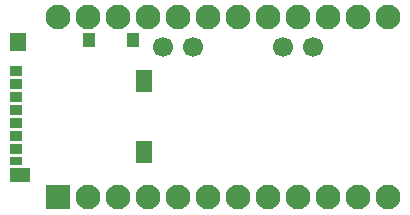
<source format=gbr>
G04 #@! TF.GenerationSoftware,KiCad,Pcbnew,5.1.5+dfsg1-2build2*
G04 #@! TF.CreationDate,2021-03-15T22:22:59+01:00*
G04 #@! TF.ProjectId,ProMicro_ESP,50726f4d-6963-4726-9f5f-4553502e6b69,v1.0*
G04 #@! TF.SameCoordinates,Original*
G04 #@! TF.FileFunction,Soldermask,Bot*
G04 #@! TF.FilePolarity,Negative*
%FSLAX46Y46*%
G04 Gerber Fmt 4.6, Leading zero omitted, Abs format (unit mm)*
G04 Created by KiCad*
%MOMM*%
%LPD*%
G04 APERTURE LIST*
%ADD10C,1.700000*%
%ADD11R,1.100000X0.850000*%
%ADD12R,1.100000X0.750000*%
%ADD13R,1.800000X1.170000*%
%ADD14R,1.350000X1.550000*%
%ADD15R,1.000000X1.200000*%
%ADD16R,1.350000X1.900000*%
%ADD17C,2.100000*%
%ADD18R,2.100000X2.100000*%
G04 APERTURE END LIST*
D10*
X135890000Y-82550000D03*
X133350000Y-82550000D03*
X143510000Y-82550000D03*
X146050000Y-82550000D03*
D11*
X120915000Y-84525000D03*
D12*
X120915000Y-92175000D03*
D11*
X120915000Y-85625000D03*
X120915000Y-86725000D03*
X120915000Y-87825000D03*
X120915000Y-88925000D03*
X120915000Y-90025000D03*
X120915000Y-91125000D03*
D13*
X121265000Y-93385000D03*
D14*
X121040000Y-82065000D03*
D15*
X130765000Y-81890000D03*
X127065000Y-81890000D03*
D16*
X131740000Y-85390000D03*
X131740000Y-91360000D03*
D17*
X124460000Y-80010000D03*
X127000000Y-80010000D03*
X129540000Y-80010000D03*
X152400000Y-95250000D03*
X132080000Y-80010000D03*
X149860000Y-95250000D03*
X134620000Y-80010000D03*
X147320000Y-95250000D03*
X137160000Y-80010000D03*
X144780000Y-95250000D03*
X139700000Y-80010000D03*
X142240000Y-95250000D03*
X142240000Y-80010000D03*
X139700000Y-95250000D03*
X144780000Y-80010000D03*
X137160000Y-95250000D03*
X147320000Y-80010000D03*
X134620000Y-95250000D03*
X149860000Y-80010000D03*
X132080000Y-95250000D03*
X152400000Y-80010000D03*
X129540000Y-95250000D03*
X127000000Y-95250000D03*
D18*
X124460000Y-95250000D03*
M02*

</source>
